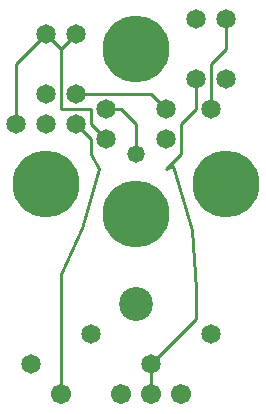
<source format=gtl>
%MOIN*%
%FSLAX25Y25*%
G04 D10 used for Character Trace; *
G04     Circle (OD=.01000) (No hole)*
G04 D11 used for Power Trace; *
G04     Circle (OD=.06700) (No hole)*
G04 D12 used for Signal Trace; *
G04     Circle (OD=.01100) (No hole)*
G04 D13 used for Via; *
G04     Circle (OD=.05800) (Round. Hole ID=.02800)*
G04 D14 used for Component hole; *
G04     Circle (OD=.06500) (Round. Hole ID=.03500)*
G04 D15 used for Component hole; *
G04     Circle (OD=.06700) (Round. Hole ID=.04300)*
G04 D16 used for Component hole; *
G04     Circle (OD=.08100) (Round. Hole ID=.05100)*
G04 D17 used for Component hole; *
G04     Circle (OD=.08900) (Round. Hole ID=.05900)*
G04 D18 used for Component hole; *
G04     Circle (OD=.11300) (Round. Hole ID=.08300)*
G04 D19 used for Component hole; *
G04     Circle (OD=.16000) (Round. Hole ID=.13000)*
G04 D20 used for Component hole; *
G04     Circle (OD=.18300) (Round. Hole ID=.15300)*
G04 D21 used for Component hole; *
G04     Circle (OD=.22291) (Round. Hole ID=.19291)*
%ADD10C,.01000*%
%ADD11C,.06700*%
%ADD12C,.01100*%
%ADD13C,.05800*%
%ADD14C,.06500*%
%ADD15C,.06700*%
%ADD16C,.08100*%
%ADD17C,.08900*%
%ADD18C,.11300*%
%ADD19C,.16000*%
%ADD20C,.18300*%
%ADD21C,.22291*%
%IPPOS*%
%LPD*%
G90*X0Y0D02*D14*X10000Y20000D03*D15*              
X20000Y10000D03*D12*Y50000D01*D14*X30000Y30000D03*
D18*X45000Y40000D03*D21*Y70000D03*D14*            
X50000Y20000D03*D12*Y10000D01*D15*D03*X60000D03*  
D12*X50000Y20000D02*X65000Y35000D01*Y45000D01*D14*
X70000Y30000D03*D15*X40000Y10000D03*D21*          
X75000Y80000D03*D12*X55000Y85000D02*              
X60000Y90000D01*Y100000D01*X65000Y105000D01*      
Y115000D01*D14*D03*D12*X70000Y105000D02*          
Y120000D01*D14*Y105000D03*X75000Y115000D03*D12*   
X70000Y120000D02*X75000Y125000D01*Y135000D01*D14* 
D03*X65000D03*D12*X55000Y105000D02*               
X50000Y110000D01*D14*X55000Y105000D03*D12*        
X25000Y110000D02*X50000D01*D14*X25000D03*D12*     
X30000Y100000D02*Y105000D01*X35000Y95000D02*      
X30000Y100000D01*D14*X35000Y95000D03*D12*         
X30000Y90000D02*Y95000D01*X25000Y100000D01*D14*   
D03*D12*X20000Y105000D02*X30000D01*X20000D02*     
Y125000D01*X25000Y130000D01*D14*D03*D12*          
X20000Y125000D02*X15000Y130000D01*D14*D03*D12*    
X5000Y120000D01*Y100000D01*D14*D03*               
X15000Y110000D03*Y100000D03*D21*Y80000D03*D14*    
X35000Y105000D03*D12*X40000D01*X45000Y100000D01*  
Y90000D01*D13*D03*D14*X55000Y95000D03*D21*        
X45000Y125000D03*D10*X57466Y86000D02*             
X63533Y64800D01*X55000Y85000D02*X57466Y86000D01*  
X65000Y45000D02*X63533Y64800D01*X27016Y65266D02*  
X32683Y84933D01*X20000Y50000D02*X27016Y65266D01*  
X30000Y90000D02*X32683Y84933D01*M02*              

</source>
